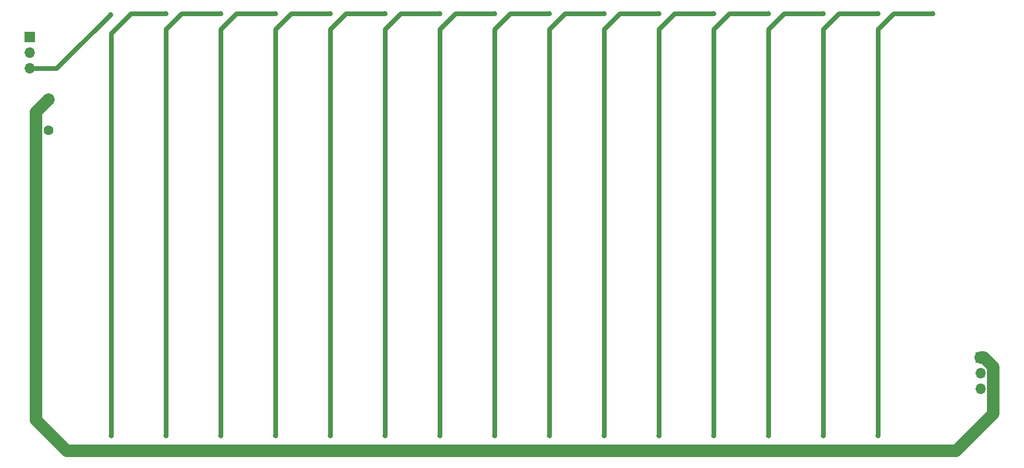
<source format=gbr>
G04 #@! TF.GenerationSoftware,KiCad,Pcbnew,(5.1.5-0-10_14)*
G04 #@! TF.CreationDate,2020-01-02T14:17:50-08:00*
G04 #@! TF.ProjectId,SpectrumAnalyzer,53706563-7472-4756-9d41-6e616c797a65,rev?*
G04 #@! TF.SameCoordinates,Original*
G04 #@! TF.FileFunction,Copper,L2,Bot*
G04 #@! TF.FilePolarity,Positive*
%FSLAX46Y46*%
G04 Gerber Fmt 4.6, Leading zero omitted, Abs format (unit mm)*
G04 Created by KiCad (PCBNEW (5.1.5-0-10_14)) date 2020-01-02 14:17:50*
%MOMM*%
%LPD*%
G04 APERTURE LIST*
%ADD10O,1.700000X1.700000*%
%ADD11R,1.700000X1.700000*%
%ADD12C,1.600000*%
%ADD13R,1.600000X1.600000*%
%ADD14C,0.800000*%
%ADD15C,2.032000*%
%ADD16C,0.762000*%
G04 APERTURE END LIST*
D10*
X219837000Y-139700000D03*
X219837000Y-137160000D03*
D11*
X219837000Y-134620000D03*
D10*
X65506600Y-87630000D03*
X65506600Y-85090000D03*
D11*
X65506600Y-82550000D03*
D12*
X68580000Y-97710000D03*
D13*
X68580000Y-92710000D03*
D14*
X78613000Y-78867000D03*
X78740000Y-147320000D03*
X87630000Y-78740000D03*
X87630000Y-147320000D03*
X96520000Y-78740000D03*
X96520000Y-147320000D03*
X105410000Y-78740000D03*
X114300000Y-78740000D03*
X105410000Y-147320000D03*
X123190000Y-78740000D03*
X114300000Y-147320000D03*
X123190000Y-147320000D03*
X132080000Y-78740000D03*
X140970000Y-78740000D03*
X149860000Y-78740000D03*
X158750000Y-78740000D03*
X167640000Y-78740000D03*
X176530000Y-78740000D03*
X185420000Y-78740000D03*
X194310000Y-78740000D03*
X203200000Y-78740000D03*
X212090000Y-78740000D03*
X203200000Y-147320000D03*
X132080000Y-147320000D03*
X140970000Y-147320000D03*
X158750000Y-147320000D03*
X167640000Y-147320000D03*
X176530000Y-147320000D03*
X185420000Y-147320000D03*
X194310000Y-147320000D03*
X149860000Y-147320000D03*
D15*
X71501000Y-149733000D02*
X66563999Y-144795999D01*
X215900000Y-149733000D02*
X71501000Y-149733000D01*
X66563999Y-144795999D02*
X66563999Y-94726001D01*
X221903001Y-136168319D02*
X221903001Y-143729999D01*
X66563999Y-94726001D02*
X68580000Y-92710000D01*
X220354682Y-134620000D02*
X221903001Y-136168319D01*
X221903001Y-143729999D02*
X215900000Y-149733000D01*
X219837000Y-134620000D02*
X220354682Y-134620000D01*
D16*
X71120000Y-86360000D02*
X78613000Y-78867000D01*
X69850000Y-87630000D02*
X71120000Y-86360000D01*
X65506600Y-87630000D02*
X69850000Y-87630000D01*
X78740000Y-147320000D02*
X78740000Y-81915000D01*
X81915000Y-78740000D02*
X87630000Y-78740000D01*
X78740000Y-81915000D02*
X81915000Y-78740000D01*
X87630000Y-147320000D02*
X87630000Y-82550000D01*
X87630000Y-82550000D02*
X87630000Y-81280000D01*
X87630000Y-81280000D02*
X90170000Y-78740000D01*
X90170000Y-78740000D02*
X96520000Y-78740000D01*
X96520000Y-147320000D02*
X96520000Y-82550000D01*
X99060000Y-78740000D02*
X105410000Y-78740000D01*
X96520000Y-82550000D02*
X96520000Y-81280000D01*
X96520000Y-81280000D02*
X99060000Y-78740000D01*
X107950000Y-78740000D02*
X114300000Y-78740000D01*
X105410000Y-147320000D02*
X105410000Y-82550000D01*
X105410000Y-82550000D02*
X105410000Y-81280000D01*
X105410000Y-81280000D02*
X107950000Y-78740000D01*
X116840000Y-78740000D02*
X123190000Y-78740000D01*
X114300000Y-82550000D02*
X114300000Y-81280000D01*
X114300000Y-81280000D02*
X116840000Y-78740000D01*
X114300000Y-147320000D02*
X114300000Y-82550000D01*
X123190000Y-81280000D02*
X125730000Y-78740000D01*
X125730000Y-78740000D02*
X132080000Y-78740000D01*
X123190000Y-82550000D02*
X123190000Y-81280000D01*
X123190000Y-147320000D02*
X123190000Y-82550000D01*
X134620000Y-78740000D02*
X140970000Y-78740000D01*
X132080000Y-81280000D02*
X134620000Y-78740000D01*
X132080000Y-82550000D02*
X132080000Y-81280000D01*
X132080000Y-147320000D02*
X132080000Y-82550000D01*
X140970000Y-81280000D02*
X143510000Y-78740000D01*
X140970000Y-147320000D02*
X140970000Y-82550000D01*
X140970000Y-82550000D02*
X140970000Y-81280000D01*
X143510000Y-78740000D02*
X149860000Y-78740000D01*
X152400000Y-78740000D02*
X158750000Y-78740000D01*
X149860000Y-147320000D02*
X149860000Y-82550000D01*
X149860000Y-81280000D02*
X152400000Y-78740000D01*
X149860000Y-82550000D02*
X149860000Y-81280000D01*
X158750000Y-147320000D02*
X158750000Y-82550000D01*
X161290000Y-78740000D02*
X167640000Y-78740000D01*
X158750000Y-81280000D02*
X161290000Y-78740000D01*
X158750000Y-82550000D02*
X158750000Y-81280000D01*
X167640000Y-147320000D02*
X167640000Y-82550000D01*
X167640000Y-81280000D02*
X170180000Y-78740000D01*
X170180000Y-78740000D02*
X176530000Y-78740000D01*
X167640000Y-82550000D02*
X167640000Y-81280000D01*
X176530000Y-81280000D02*
X179070000Y-78740000D01*
X176530000Y-147320000D02*
X176530000Y-82550000D01*
X179070000Y-78740000D02*
X185420000Y-78740000D01*
X176530000Y-82550000D02*
X176530000Y-81280000D01*
X185420000Y-81280000D02*
X187960000Y-78740000D01*
X187960000Y-78740000D02*
X194310000Y-78740000D01*
X185420000Y-147320000D02*
X185420000Y-82550000D01*
X185420000Y-82550000D02*
X185420000Y-81280000D01*
X194310000Y-81280000D02*
X196850000Y-78740000D01*
X194310000Y-147320000D02*
X194310000Y-82550000D01*
X194310000Y-82550000D02*
X194310000Y-81280000D01*
X196850000Y-78740000D02*
X203200000Y-78740000D01*
X203200000Y-81280000D02*
X205740000Y-78740000D01*
X203200000Y-82550000D02*
X203200000Y-81280000D01*
X205740000Y-78740000D02*
X212090000Y-78740000D01*
X203200000Y-147320000D02*
X203200000Y-82550000D01*
M02*

</source>
